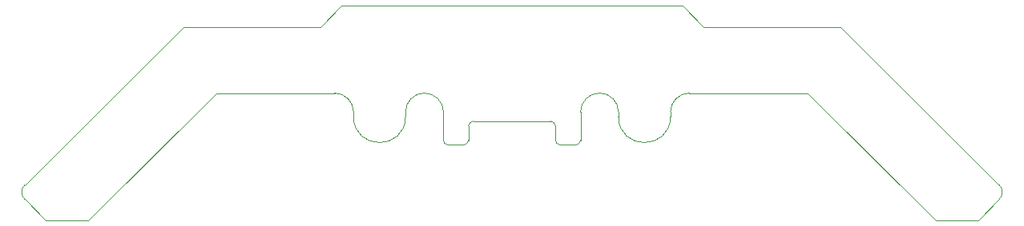
<source format=gbr>
%TF.GenerationSoftware,KiCad,Pcbnew,8.0.4*%
%TF.CreationDate,2024-11-30T14:16:15+01:00*%
%TF.ProjectId,Sensor_PCB,53656e73-6f72-45f5-9043-422e6b696361,rev?*%
%TF.SameCoordinates,Original*%
%TF.FileFunction,Profile,NP*%
%FSLAX46Y46*%
G04 Gerber Fmt 4.6, Leading zero omitted, Abs format (unit mm)*
G04 Created by KiCad (PCBNEW 8.0.4) date 2024-11-30 14:16:15*
%MOMM*%
%LPD*%
G01*
G04 APERTURE LIST*
%TA.AperFunction,Profile*%
%ADD10C,0.050000*%
%TD*%
G04 APERTURE END LIST*
D10*
X94500000Y-55750000D02*
X93000000Y-55750000D01*
X104000000Y-55750000D02*
G75*
G02*
X106000000Y-57750000I0J-2000000D01*
G01*
X93000000Y-48750000D02*
X95250000Y-46500000D01*
X78500000Y-48750000D02*
X93000000Y-48750000D01*
X96500000Y-58250000D02*
X96500000Y-57750000D01*
X117353553Y-58750000D02*
G75*
G02*
X117853500Y-59250000I47J-499900D01*
G01*
X102000000Y-57750000D02*
G75*
G02*
X104000000Y-55750000I2000000J0D01*
G01*
X122500000Y-55750000D02*
G75*
G02*
X124500000Y-57750000I0J-2000000D01*
G01*
X164750000Y-65500000D02*
G75*
G02*
X164750000Y-67000000I-750000J-750000D01*
G01*
X133500000Y-48750000D02*
X131250000Y-46500000D01*
X148000000Y-48750000D02*
X164750000Y-65500000D01*
X144500000Y-55750000D02*
X158000000Y-69250000D01*
X108646447Y-59253553D02*
X108646447Y-60750000D01*
X118353553Y-61250000D02*
G75*
G02*
X117853500Y-60750000I47J500100D01*
G01*
X148000000Y-48750000D02*
X133500000Y-48750000D01*
X130000000Y-57750000D02*
X130000000Y-58250000D01*
X78500000Y-48750000D02*
X61750000Y-65500000D01*
X133500000Y-55750000D02*
X144500000Y-55750000D01*
X82000000Y-55750000D02*
X68500000Y-69250000D01*
X64000000Y-69250000D02*
X61750000Y-67000000D01*
X120500000Y-57750000D02*
X120500000Y-60750000D01*
X106500000Y-61250000D02*
G75*
G02*
X106000000Y-60750000I0J500000D01*
G01*
X94500000Y-55750000D02*
G75*
G02*
X96500000Y-57750000I0J-2000000D01*
G01*
X120000000Y-61250000D02*
X118500000Y-61250000D01*
X68500000Y-69250000D02*
X64000000Y-69250000D01*
X120500000Y-60750000D02*
G75*
G02*
X120000000Y-61250000I-500000J0D01*
G01*
X124500000Y-58250000D02*
X124500000Y-57750000D01*
X164750000Y-67000000D02*
X162500000Y-69250000D01*
X120500000Y-57750000D02*
G75*
G02*
X122500000Y-55750000I2000000J0D01*
G01*
X130000000Y-57750000D02*
G75*
G02*
X132000000Y-55750000I2000000J0D01*
G01*
X95250000Y-46500000D02*
X113250000Y-46500000D01*
X133500000Y-55750000D02*
X132000000Y-55750000D01*
X130000000Y-58250000D02*
G75*
G02*
X124500000Y-58250000I-2750000J0D01*
G01*
X108000000Y-61250000D02*
X106500000Y-61250000D01*
X108646447Y-60750000D02*
G75*
G02*
X108146447Y-61249947I-499947J0D01*
G01*
X93000000Y-55750000D02*
X82000000Y-55750000D01*
X106000000Y-57750000D02*
X106000000Y-60750000D01*
X118500000Y-61250000D02*
X118353553Y-61250000D01*
X108000000Y-61250000D02*
X108146447Y-61250000D01*
X108646447Y-59250000D02*
G75*
G02*
X109146447Y-58749947I500053J0D01*
G01*
X102000000Y-58250000D02*
G75*
G02*
X96500000Y-58250000I-2750000J0D01*
G01*
X117853553Y-60750000D02*
X117853553Y-59250000D01*
X109146447Y-58750000D02*
X117353553Y-58750000D01*
X158000000Y-69250000D02*
X162500000Y-69250000D01*
X131250000Y-46500000D02*
X113250000Y-46500000D01*
X102000000Y-58250000D02*
X102000000Y-57750000D01*
X61750000Y-67000000D02*
G75*
G02*
X61750000Y-65500000I750000J750000D01*
G01*
M02*

</source>
